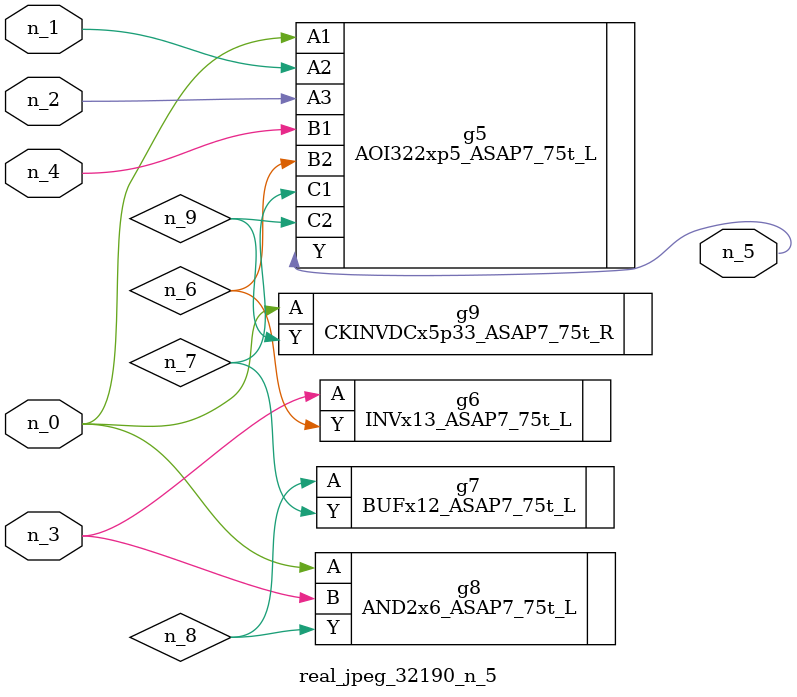
<source format=v>
module real_jpeg_32190_n_5 (n_4, n_0, n_1, n_2, n_3, n_5);

input n_4;
input n_0;
input n_1;
input n_2;
input n_3;

output n_5;

wire n_8;
wire n_6;
wire n_7;
wire n_9;

AOI322xp5_ASAP7_75t_L g5 ( 
.A1(n_0),
.A2(n_1),
.A3(n_2),
.B1(n_4),
.B2(n_6),
.C1(n_7),
.C2(n_9),
.Y(n_5)
);

AND2x6_ASAP7_75t_L g8 ( 
.A(n_0),
.B(n_3),
.Y(n_8)
);

CKINVDCx5p33_ASAP7_75t_R g9 ( 
.A(n_0),
.Y(n_9)
);

INVx13_ASAP7_75t_L g6 ( 
.A(n_3),
.Y(n_6)
);

BUFx12_ASAP7_75t_L g7 ( 
.A(n_8),
.Y(n_7)
);


endmodule
</source>
